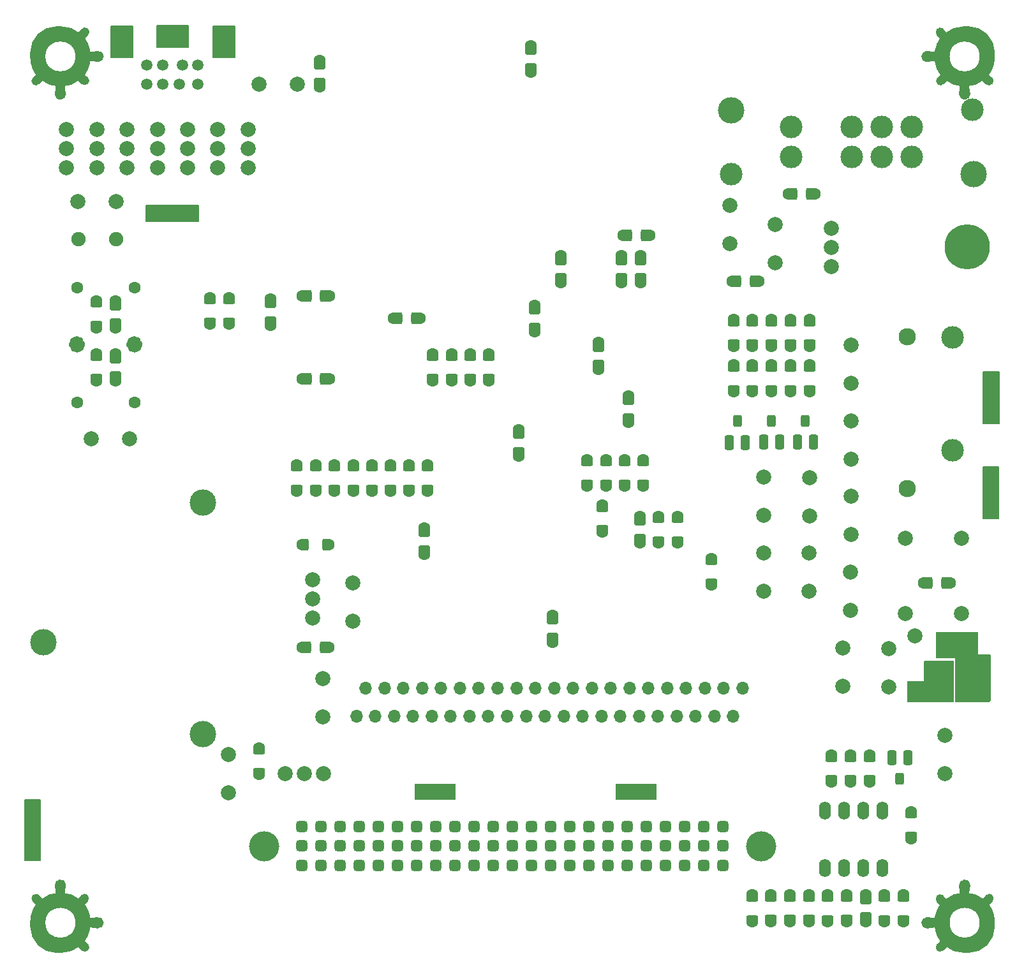
<source format=gbs>
G04 #@! TF.GenerationSoftware,KiCad,Pcbnew,7.0.7*
G04 #@! TF.CreationDate,2023-09-20T17:36:28+02:00*
G04 #@! TF.ProjectId,PCE,5043452e-6b69-4636-9164-5f7063625858,rev?*
G04 #@! TF.SameCoordinates,Original*
G04 #@! TF.FileFunction,Soldermask,Bot*
G04 #@! TF.FilePolarity,Negative*
%FSLAX46Y46*%
G04 Gerber Fmt 4.6, Leading zero omitted, Abs format (unit mm)*
G04 Created by KiCad (PCBNEW 7.0.7) date 2023-09-20 17:36:28*
%MOMM*%
%LPD*%
G01*
G04 APERTURE LIST*
G04 Aperture macros list*
%AMRoundRect*
0 Rectangle with rounded corners*
0 $1 Rounding radius*
0 $2 $3 $4 $5 $6 $7 $8 $9 X,Y pos of 4 corners*
0 Add a 4 corners polygon primitive as box body*
4,1,4,$2,$3,$4,$5,$6,$7,$8,$9,$2,$3,0*
0 Add four circle primitives for the rounded corners*
1,1,$1+$1,$2,$3*
1,1,$1+$1,$4,$5*
1,1,$1+$1,$6,$7*
1,1,$1+$1,$8,$9*
0 Add four rect primitives between the rounded corners*
20,1,$1+$1,$2,$3,$4,$5,0*
20,1,$1+$1,$4,$5,$6,$7,0*
20,1,$1+$1,$6,$7,$8,$9,0*
20,1,$1+$1,$8,$9,$2,$3,0*%
G04 Aperture macros list end*
%ADD10C,0.150000*%
%ADD11C,0.000000*%
%ADD12C,1.075000*%
%ADD13C,2.000000*%
%ADD14C,0.600000*%
%ADD15C,0.750000*%
%ADD16C,2.000000*%
%ADD17C,3.500000*%
%ADD18C,3.000000*%
%ADD19O,1.700000X1.700000*%
%ADD20C,6.000000*%
%ADD21C,1.900000*%
%ADD22C,2.300000*%
%ADD23C,1.600000*%
%ADD24C,1.500000*%
%ADD25C,4.000000*%
%ADD26RoundRect,0.375000X-0.375000X-0.375000X0.375000X-0.375000X0.375000X0.375000X-0.375000X0.375000X0*%
%ADD27R,2.500000X5.000000*%
%ADD28R,4.400000X3.000000*%
%ADD29R,3.000000X5.000000*%
%ADD30O,1.600000X2.400000*%
%ADD31RoundRect,0.250000X0.550000X-0.325000X0.550000X0.325000X-0.550000X0.325000X-0.550000X-0.325000X0*%
%ADD32RoundRect,0.326087X0.473913X-0.423913X0.473913X0.423913X-0.473913X0.423913X-0.473913X-0.423913X0*%
%ADD33RoundRect,0.326087X-0.473913X0.423913X-0.473913X-0.423913X0.473913X-0.423913X0.473913X0.423913X0*%
%ADD34RoundRect,0.326087X0.423913X0.473913X-0.423913X0.473913X-0.423913X-0.473913X0.423913X-0.473913X0*%
%ADD35RoundRect,0.250000X-0.550000X0.325000X-0.550000X-0.325000X0.550000X-0.325000X0.550000X0.325000X0*%
%ADD36RoundRect,0.300000X0.300000X-0.500000X0.300000X0.500000X-0.300000X0.500000X-0.300000X-0.500000X0*%
%ADD37RoundRect,0.300000X0.300000X-0.700000X0.300000X0.700000X-0.300000X0.700000X-0.300000X-0.700000X0*%
%ADD38RoundRect,0.326087X-0.423913X-0.473913X0.423913X-0.473913X0.423913X0.473913X-0.423913X0.473913X0*%
%ADD39RoundRect,0.250000X0.325000X0.550000X-0.325000X0.550000X-0.325000X-0.550000X0.325000X-0.550000X0*%
%ADD40RoundRect,0.300000X-0.300000X0.700000X-0.300000X-0.700000X0.300000X-0.700000X0.300000X0.700000X0*%
%ADD41RoundRect,0.300000X-0.300000X0.500000X-0.300000X-0.500000X0.300000X-0.500000X0.300000X0.500000X0*%
G04 APERTURE END LIST*
D10*
X103500000Y-56050000D02*
X110450000Y-56050000D01*
X110450000Y-58150000D01*
X103500000Y-58150000D01*
X103500000Y-56050000D01*
G36*
X103500000Y-56050000D02*
G01*
X110450000Y-56050000D01*
X110450000Y-58150000D01*
X103500000Y-58150000D01*
X103500000Y-56050000D01*
G37*
X98800000Y-32300000D02*
X101675000Y-32300000D01*
X101675000Y-36450000D01*
X98800000Y-36450000D01*
X98800000Y-32300000D01*
G36*
X98800000Y-32300000D02*
G01*
X101675000Y-32300000D01*
X101675000Y-36450000D01*
X98800000Y-36450000D01*
X98800000Y-32300000D01*
G37*
X104900000Y-32225000D02*
X109050000Y-32225000D01*
X109050000Y-35100000D01*
X104900000Y-35100000D01*
X104900000Y-32225000D01*
G36*
X104900000Y-32225000D02*
G01*
X109050000Y-32225000D01*
X109050000Y-35100000D01*
X104900000Y-35100000D01*
X104900000Y-32225000D01*
G37*
X112350000Y-32300000D02*
X115225000Y-32300000D01*
X115225000Y-36450000D01*
X112350000Y-36450000D01*
X112350000Y-32300000D01*
G36*
X112350000Y-32300000D02*
G01*
X115225000Y-32300000D01*
X115225000Y-36450000D01*
X112350000Y-36450000D01*
X112350000Y-32300000D01*
G37*
G36*
X165775000Y-132900000D02*
G01*
X171225000Y-132900000D01*
X171225000Y-134950000D01*
X165775000Y-134950000D01*
X165775000Y-132900000D01*
G37*
D11*
G36*
X210675000Y-122000000D02*
G01*
X204500000Y-122000000D01*
X204500000Y-119250000D01*
X206750000Y-119250000D01*
X206750000Y-116550000D01*
X208300000Y-116550000D01*
X210675000Y-116550000D01*
X210675000Y-122000000D01*
G37*
D12*
X102462500Y-74525000D02*
G75*
G03*
X102462500Y-74525000I-537500J0D01*
G01*
G36*
X139100000Y-132900000D02*
G01*
X144550000Y-132900000D01*
X144550000Y-134950000D01*
X139100000Y-134950000D01*
X139100000Y-132900000D01*
G37*
D10*
X214600000Y-78150000D02*
X216650000Y-78150000D01*
X216650000Y-85000000D01*
X214600000Y-85000000D01*
X214600000Y-78150000D01*
G36*
X214600000Y-78150000D02*
G01*
X216650000Y-78150000D01*
X216650000Y-85000000D01*
X214600000Y-85000000D01*
X214600000Y-78150000D01*
G37*
X87400000Y-134950000D02*
X89450000Y-134950000D01*
X89450000Y-143000000D01*
X87400000Y-143000000D01*
X87400000Y-134950000D01*
G36*
X87400000Y-134950000D02*
G01*
X89450000Y-134950000D01*
X89450000Y-143000000D01*
X87400000Y-143000000D01*
X87400000Y-134950000D01*
G37*
D12*
X94837500Y-74525000D02*
G75*
G03*
X94837500Y-74525000I-537500J0D01*
G01*
D10*
X214550000Y-90750000D02*
X216600000Y-90750000D01*
X216600000Y-97650000D01*
X214550000Y-97650000D01*
X214550000Y-90750000D01*
G36*
X214550000Y-90750000D02*
G01*
X216600000Y-90750000D01*
X216600000Y-97650000D01*
X214550000Y-97650000D01*
X214550000Y-90750000D01*
G37*
D11*
G36*
X213900000Y-115650000D02*
G01*
X215500000Y-115650000D01*
X215600000Y-115750000D01*
X215600000Y-121800000D01*
X215400000Y-122000000D01*
X210825000Y-122000000D01*
X210825000Y-116175000D01*
X208300000Y-116175000D01*
X208300000Y-112700000D01*
X213900000Y-112700000D01*
X213900000Y-115650000D01*
G37*
G36*
X216100000Y-151300000D02*
G01*
X215850000Y-151300000D01*
X215850000Y-151800000D01*
X216100000Y-151800000D01*
X216100000Y-151300000D01*
G37*
G36*
X212600000Y-155300000D02*
G01*
X212100000Y-155300000D01*
X212100000Y-155050000D01*
X212600000Y-155050000D01*
X212600000Y-155300000D01*
G37*
D13*
X212600000Y-154300000D02*
G75*
G03*
X215100000Y-151800000I-3J2500003D01*
G01*
D14*
X215650000Y-148050000D02*
G75*
G03*
X215650000Y-148050000I-300000J0D01*
G01*
D13*
X215100000Y-151300000D02*
G75*
G03*
X215100000Y-151300000I-3000000J0D01*
G01*
D15*
X212475000Y-146300000D02*
G75*
G03*
X212475000Y-146300000I-375000J0D01*
G01*
D14*
X209150000Y-154550000D02*
G75*
G03*
X209150000Y-154550000I-300000J0D01*
G01*
X209150000Y-148100000D02*
G75*
G03*
X209150000Y-148100000I-300000J0D01*
G01*
D15*
X207475000Y-151300000D02*
G75*
G03*
X207475000Y-151300000I-375000J0D01*
G01*
G36*
X215800000Y-148450000D02*
G01*
X215300000Y-148950000D01*
X214450000Y-148100000D01*
X214950000Y-147600000D01*
X215800000Y-148450000D01*
G37*
G36*
X212650000Y-147900000D02*
G01*
X211550000Y-147900000D01*
X211350000Y-146300000D01*
X212850000Y-146300000D01*
X212650000Y-147900000D01*
G37*
G36*
X209750000Y-148150000D02*
G01*
X208900000Y-149000000D01*
X208400000Y-148500000D01*
X209250000Y-147650000D01*
X209750000Y-148150000D01*
G37*
G36*
X209800000Y-154450000D02*
G01*
X209300000Y-154950000D01*
X208450000Y-154100000D01*
X208950000Y-153600000D01*
X209800000Y-154450000D01*
G37*
G36*
X208690000Y-150749924D02*
G01*
X208690000Y-151849924D01*
X207090000Y-152049924D01*
X207090000Y-150549924D01*
X208690000Y-150749924D01*
G37*
G36*
X212100000Y-32300000D02*
G01*
X212600000Y-32300000D01*
X212600000Y-32550000D01*
X212100000Y-32550000D01*
X212100000Y-32300000D01*
G37*
G36*
X216100000Y-35800000D02*
G01*
X215850000Y-35800000D01*
X215850000Y-36300000D01*
X216100000Y-36300000D01*
X216100000Y-35800000D01*
G37*
D13*
X215100000Y-35800000D02*
G75*
G03*
X212600000Y-33300000I-2500003J-3D01*
G01*
D14*
X209150000Y-33050000D02*
G75*
G03*
X209150000Y-33050000I-300000J0D01*
G01*
D13*
X215100000Y-36300000D02*
G75*
G03*
X215100000Y-36300000I-3000000J0D01*
G01*
D15*
X207475000Y-36300000D02*
G75*
G03*
X207475000Y-36300000I-375000J0D01*
G01*
D14*
X215650000Y-39550000D02*
G75*
G03*
X215650000Y-39550000I-300000J0D01*
G01*
X209200000Y-39550000D02*
G75*
G03*
X209200000Y-39550000I-300000J0D01*
G01*
D15*
X212475000Y-41300000D02*
G75*
G03*
X212475000Y-41300000I-375000J0D01*
G01*
G36*
X209750000Y-33100000D02*
G01*
X208900000Y-33950000D01*
X208400000Y-33450000D01*
X209250000Y-32600000D01*
X209750000Y-33100000D01*
G37*
G36*
X208700000Y-35750000D02*
G01*
X208700000Y-36850000D01*
X207100000Y-37050000D01*
X207100000Y-35550000D01*
X208700000Y-35750000D01*
G37*
G36*
X209800000Y-39500000D02*
G01*
X209300000Y-40000000D01*
X208450000Y-39150000D01*
X208950000Y-38650000D01*
X209800000Y-39500000D01*
G37*
G36*
X215750000Y-39100000D02*
G01*
X214900000Y-39950000D01*
X214400000Y-39450000D01*
X215250000Y-38600000D01*
X215750000Y-39100000D01*
G37*
G36*
X212849924Y-41310000D02*
G01*
X211349924Y-41310000D01*
X211549924Y-39710000D01*
X212649924Y-39710000D01*
X212849924Y-41310000D01*
G37*
G36*
X92100000Y-155300000D02*
G01*
X91600000Y-155300000D01*
X91600000Y-155050000D01*
X92100000Y-155050000D01*
X92100000Y-155300000D01*
G37*
G36*
X88100000Y-151800000D02*
G01*
X88350000Y-151800000D01*
X88350000Y-151300000D01*
X88100000Y-151300000D01*
X88100000Y-151800000D01*
G37*
D13*
X89100000Y-151800000D02*
G75*
G03*
X91600000Y-154300000I2500003J3D01*
G01*
D14*
X95650000Y-154550000D02*
G75*
G03*
X95650000Y-154550000I-300000J0D01*
G01*
D13*
X95100000Y-151300000D02*
G75*
G03*
X95100000Y-151300000I-3000000J0D01*
G01*
D15*
X97475000Y-151300000D02*
G75*
G03*
X97475000Y-151300000I-375000J0D01*
G01*
D14*
X89150000Y-148050000D02*
G75*
G03*
X89150000Y-148050000I-300000J0D01*
G01*
X95600000Y-148050000D02*
G75*
G03*
X95600000Y-148050000I-300000J0D01*
G01*
D15*
X92475000Y-146300000D02*
G75*
G03*
X92475000Y-146300000I-375000J0D01*
G01*
G36*
X95800000Y-154150000D02*
G01*
X94950000Y-155000000D01*
X94450000Y-154500000D01*
X95300000Y-153650000D01*
X95800000Y-154150000D01*
G37*
G36*
X97100000Y-152050000D02*
G01*
X95500000Y-151850000D01*
X95500000Y-150750000D01*
X97100000Y-150550000D01*
X97100000Y-152050000D01*
G37*
G36*
X95750000Y-148450000D02*
G01*
X95250000Y-148950000D01*
X94400000Y-148100000D01*
X94900000Y-147600000D01*
X95750000Y-148450000D01*
G37*
G36*
X89800000Y-148150000D02*
G01*
X88950000Y-149000000D01*
X88450000Y-148500000D01*
X89300000Y-147650000D01*
X89800000Y-148150000D01*
G37*
G36*
X92650076Y-147890000D02*
G01*
X91550076Y-147890000D01*
X91350076Y-146290000D01*
X92850076Y-146290000D01*
X92650076Y-147890000D01*
G37*
G36*
X88100000Y-36300000D02*
G01*
X88350000Y-36300000D01*
X88350000Y-35800000D01*
X88100000Y-35800000D01*
X88100000Y-36300000D01*
G37*
G36*
X91600000Y-32300000D02*
G01*
X92100000Y-32300000D01*
X92100000Y-32550000D01*
X91600000Y-32550000D01*
X91600000Y-32300000D01*
G37*
D13*
X91600000Y-33300000D02*
G75*
G03*
X89100000Y-35800000I3J-2500003D01*
G01*
D14*
X89150000Y-39550000D02*
G75*
G03*
X89150000Y-39550000I-300000J0D01*
G01*
D13*
X95100000Y-36300000D02*
G75*
G03*
X95100000Y-36300000I-3000000J0D01*
G01*
D15*
X92475000Y-41300000D02*
G75*
G03*
X92475000Y-41300000I-375000J0D01*
G01*
D14*
X95650000Y-33050000D02*
G75*
G03*
X95650000Y-33050000I-300000J0D01*
G01*
X95650000Y-39500000D02*
G75*
G03*
X95650000Y-39500000I-300000J0D01*
G01*
D15*
X97475000Y-36300000D02*
G75*
G03*
X97475000Y-36300000I-375000J0D01*
G01*
G36*
X89750000Y-39500000D02*
G01*
X89250000Y-40000000D01*
X88400000Y-39150000D01*
X88900000Y-38650000D01*
X89750000Y-39500000D01*
G37*
G36*
X92850000Y-41300000D02*
G01*
X91350000Y-41300000D01*
X91550000Y-39700000D01*
X92650000Y-39700000D01*
X92850000Y-41300000D01*
G37*
G36*
X95800000Y-39100000D02*
G01*
X94950000Y-39950000D01*
X94450000Y-39450000D01*
X95300000Y-38600000D01*
X95800000Y-39100000D01*
G37*
G36*
X95750000Y-33500000D02*
G01*
X95250000Y-34000000D01*
X94400000Y-33150000D01*
X94900000Y-32650000D01*
X95750000Y-33500000D01*
G37*
G36*
X97110000Y-37050076D02*
G01*
X95510000Y-36850076D01*
X95510000Y-35750076D01*
X97110000Y-35550076D01*
X97110000Y-37050076D01*
G37*
D16*
X197027800Y-94681400D03*
X197027800Y-99761400D03*
X100962400Y-45960800D03*
X100962400Y-48500800D03*
X100962400Y-51040800D03*
X191465200Y-102225200D03*
X191465200Y-107305200D03*
X108988800Y-45960800D03*
X108988800Y-48500800D03*
X108988800Y-51040800D03*
X211658200Y-100261400D03*
X211658200Y-110261400D03*
X204258200Y-100261400D03*
X204258200Y-110261400D03*
D17*
X181120000Y-43485000D03*
D18*
X181120000Y-51955000D03*
X213140000Y-43355000D03*
D17*
X213260000Y-51955000D03*
D18*
X189040000Y-45665000D03*
X189040000Y-49665000D03*
X197090000Y-45665000D03*
X197090000Y-49665000D03*
X201090000Y-45665000D03*
X201090000Y-49665000D03*
X205090000Y-45665000D03*
X205090000Y-49665000D03*
X210515200Y-73576800D03*
X210515200Y-88576800D03*
D19*
X182628600Y-120167400D03*
X180128600Y-120167400D03*
X177628600Y-120167400D03*
X175128600Y-120167400D03*
X172628600Y-120167400D03*
X170128600Y-120167400D03*
X167628600Y-120167400D03*
X165128600Y-120167400D03*
X162628600Y-120167400D03*
X160128600Y-120167400D03*
X157628600Y-120167400D03*
X155128600Y-120167400D03*
X152628600Y-120167400D03*
X150128600Y-120167400D03*
X147628600Y-120167400D03*
X145128600Y-120167400D03*
X142628600Y-120167400D03*
X140128600Y-120167400D03*
X137628600Y-120167400D03*
X135128600Y-120167400D03*
X132628600Y-120167400D03*
D16*
X117015200Y-45960800D03*
X117015200Y-48500800D03*
X117015200Y-51040800D03*
X194421000Y-59095000D03*
X194421000Y-61635000D03*
D20*
X212471000Y-61595000D03*
D16*
X194421000Y-64175000D03*
D21*
X94466400Y-60553600D03*
X99466400Y-60553600D03*
D16*
X126963482Y-118897400D03*
X126963482Y-123977400D03*
X196977000Y-104765200D03*
X196977000Y-109845200D03*
D19*
X181398600Y-123926600D03*
X178898600Y-123926600D03*
X176398600Y-123926600D03*
X173898600Y-123926600D03*
X171398600Y-123926600D03*
X168898600Y-123926600D03*
X166398600Y-123926600D03*
X163898600Y-123926600D03*
X161398600Y-123926600D03*
X158898600Y-123926600D03*
X156398600Y-123926600D03*
X153898600Y-123926600D03*
X151398600Y-123926600D03*
X148898600Y-123926600D03*
X146398600Y-123926600D03*
X143898600Y-123926600D03*
X141398600Y-123926600D03*
X138898600Y-123926600D03*
X136398600Y-123926600D03*
X133898600Y-123926600D03*
X131398600Y-123926600D03*
D16*
X125552200Y-105791000D03*
X125552200Y-108331000D03*
X125552200Y-110871000D03*
D17*
X89852200Y-114031000D03*
X110992200Y-95521000D03*
X110992200Y-126231000D03*
D16*
X114438118Y-129006600D03*
X114438118Y-134086600D03*
X130886200Y-111302800D03*
X130886200Y-106222800D03*
X197016682Y-84683600D03*
X197016682Y-89763600D03*
D22*
X204495400Y-93699000D03*
X204495400Y-73499000D03*
D23*
X101950000Y-82240000D03*
X101950000Y-67000000D03*
X94330000Y-67000000D03*
X94330000Y-82240000D03*
D16*
X209499200Y-126456800D03*
X209499200Y-131536800D03*
D24*
X105638600Y-37479600D03*
X108288600Y-37479600D03*
X103538600Y-37479600D03*
X105638600Y-39979600D03*
X110338600Y-37479600D03*
X103538600Y-39979600D03*
X107838600Y-39979600D03*
X110338600Y-39979600D03*
D16*
X104975600Y-45960800D03*
X104975600Y-48500800D03*
X104975600Y-51040800D03*
X202031600Y-114874400D03*
X202031600Y-119954400D03*
X197027800Y-74615400D03*
X197027800Y-79695400D03*
X113002000Y-45960800D03*
X113002000Y-48500800D03*
X113002000Y-51040800D03*
X101244400Y-87071200D03*
X96164400Y-87071200D03*
X92936000Y-45960800D03*
X92936000Y-48500800D03*
X92936000Y-51040800D03*
X205511400Y-120707800D03*
X205511400Y-113207800D03*
X185420000Y-102199800D03*
X185420000Y-107279800D03*
X186983682Y-58623200D03*
X186983682Y-63703200D03*
X185420000Y-92141400D03*
X185420000Y-97221400D03*
D25*
X119150000Y-141132400D03*
X185110000Y-141132400D03*
D26*
X124160000Y-143722400D03*
X126700000Y-143722400D03*
X129240000Y-143722400D03*
X131780000Y-143722400D03*
X134320000Y-143722400D03*
X136860000Y-143722400D03*
X139400000Y-143722400D03*
X141940000Y-143722400D03*
X144480000Y-143722400D03*
X147020000Y-143722400D03*
X149560000Y-143722400D03*
X152100000Y-143722400D03*
X154640000Y-143722400D03*
X157180000Y-143722400D03*
X159720000Y-143722400D03*
X162260000Y-143722400D03*
X164800000Y-143722400D03*
X167340000Y-143722400D03*
X169880000Y-143722400D03*
X172420000Y-143722400D03*
X174960000Y-143722400D03*
X177500000Y-143722400D03*
X180040000Y-143722400D03*
X124160000Y-141112400D03*
X126700000Y-141112400D03*
X129240000Y-141112400D03*
X131780000Y-141112400D03*
X134320000Y-141112400D03*
X136860000Y-141112400D03*
X139400000Y-141112400D03*
X141940000Y-141112400D03*
X144480000Y-141112400D03*
X147020000Y-141112400D03*
X149560000Y-141112400D03*
X152100000Y-141112400D03*
X154640000Y-141112400D03*
X157180000Y-141112400D03*
X159720000Y-141112400D03*
X162260000Y-141112400D03*
X164800000Y-141112400D03*
X167340000Y-141112400D03*
X169880000Y-141112400D03*
X172420000Y-141112400D03*
X174960000Y-141112400D03*
X177500000Y-141112400D03*
X180040000Y-141112400D03*
X124160000Y-138532400D03*
X126700000Y-138532400D03*
X129240000Y-138532400D03*
X131780000Y-138532400D03*
X134320000Y-138532400D03*
X136860000Y-138532400D03*
X139400000Y-138532400D03*
X141940000Y-138532400D03*
X144480000Y-138532400D03*
X147020000Y-138532400D03*
X149560000Y-138532400D03*
X152100000Y-138532400D03*
X154640000Y-138532400D03*
X157180000Y-138532400D03*
X159720000Y-138532400D03*
X162260000Y-138532400D03*
X164800000Y-138532400D03*
X167340000Y-138532400D03*
X169880000Y-138532400D03*
X172420000Y-138532400D03*
X174960000Y-138532400D03*
X177500000Y-138532400D03*
X180040000Y-138532400D03*
D16*
X94386400Y-55549800D03*
X99466400Y-55549800D03*
X180989282Y-56083200D03*
X180989282Y-61163200D03*
X121945000Y-131500000D03*
X124485000Y-131500000D03*
X127025000Y-131500000D03*
X195949882Y-114858800D03*
X195949882Y-119938800D03*
X96949200Y-45960800D03*
X96949200Y-48500800D03*
X96949200Y-51040800D03*
D27*
X207987200Y-119050600D03*
D28*
X210987200Y-114200600D03*
D29*
X213987200Y-119100600D03*
D30*
X193522600Y-144043400D03*
X196062600Y-144043400D03*
X198602600Y-144043400D03*
X201142600Y-144043400D03*
X201142600Y-136423400D03*
X198602600Y-136423400D03*
X196062600Y-136423400D03*
X193522600Y-136423400D03*
D16*
X191490600Y-92192200D03*
X191490600Y-97272200D03*
D23*
X141503400Y-79321600D03*
D31*
X141503400Y-79046600D03*
X141503400Y-76096600D03*
D23*
X141503400Y-75821600D03*
X118465600Y-131620200D03*
D31*
X118465600Y-131345200D03*
X118465600Y-128395200D03*
D23*
X118465600Y-128120200D03*
X158546800Y-66291400D03*
D32*
X158546800Y-65841400D03*
X158546800Y-63241400D03*
D23*
X158546800Y-62791400D03*
X186475000Y-74750000D03*
D31*
X186475000Y-74475000D03*
X186475000Y-71525000D03*
D23*
X186475000Y-71250000D03*
X198960000Y-151130000D03*
D32*
X198960000Y-150680000D03*
X198960000Y-148080000D03*
D23*
X198960000Y-147630000D03*
X163525200Y-74300200D03*
D33*
X163525200Y-74750200D03*
X163525200Y-77350200D03*
D23*
X163525200Y-77800200D03*
X191525000Y-74750000D03*
D31*
X191525000Y-74475000D03*
X191525000Y-71525000D03*
D23*
X191525000Y-71250000D03*
X201470000Y-151130000D03*
D31*
X201470000Y-150855000D03*
X201470000Y-147905000D03*
D23*
X201470000Y-147630000D03*
X99390200Y-68785800D03*
D33*
X99390200Y-69235800D03*
X99390200Y-71835800D03*
D23*
X99390200Y-72285800D03*
X99390200Y-79321600D03*
D32*
X99390200Y-78871600D03*
X99390200Y-76271600D03*
D23*
X99390200Y-75821600D03*
X127759400Y-79070200D03*
D34*
X127309400Y-79070200D03*
X124709400Y-79070200D03*
D23*
X124259400Y-79070200D03*
X196443600Y-151127400D03*
D31*
X196443600Y-150852400D03*
X196443600Y-147902400D03*
D23*
X196443600Y-147627400D03*
X148945600Y-79321600D03*
D31*
X148945600Y-79046600D03*
X148945600Y-76096600D03*
D23*
X148945600Y-75821600D03*
X169062400Y-66291400D03*
D32*
X169062400Y-65841400D03*
X169062400Y-63241400D03*
D23*
X169062400Y-62791400D03*
X183896000Y-147630000D03*
D35*
X183896000Y-147905000D03*
X183896000Y-150855000D03*
D23*
X183896000Y-151130000D03*
X194411600Y-129085400D03*
D35*
X194411600Y-129360400D03*
X194411600Y-132310400D03*
D23*
X194411600Y-132585400D03*
X166979600Y-89814400D03*
D35*
X166979600Y-90089400D03*
X166979600Y-93039400D03*
D23*
X166979600Y-93314400D03*
X120015000Y-71981000D03*
D32*
X120015000Y-71531000D03*
X120015000Y-68931000D03*
D23*
X120015000Y-68481000D03*
X191525000Y-80775000D03*
D31*
X191525000Y-80500000D03*
X191525000Y-77550000D03*
D23*
X191525000Y-77275000D03*
X186475000Y-80775000D03*
D31*
X186475000Y-80500000D03*
X186475000Y-77550000D03*
D23*
X186475000Y-77275000D03*
X199466200Y-129085400D03*
D35*
X199466200Y-129360400D03*
X199466200Y-132310400D03*
D23*
X199466200Y-132585400D03*
X183950000Y-71250000D03*
D35*
X183950000Y-71525000D03*
X183950000Y-74475000D03*
D23*
X183950000Y-74750000D03*
X203980000Y-147630000D03*
D35*
X203980000Y-147905000D03*
X203980000Y-150855000D03*
D23*
X203980000Y-151130000D03*
X186385200Y-147627400D03*
D35*
X186385200Y-147902400D03*
X186385200Y-150852400D03*
D23*
X186385200Y-151127400D03*
D36*
X186475000Y-84675000D03*
D37*
X187525000Y-87475000D03*
X185425000Y-87475000D03*
D23*
X126542800Y-36858000D03*
D33*
X126542800Y-37308000D03*
X126542800Y-39908000D03*
D23*
X126542800Y-40358000D03*
X166779000Y-60045600D03*
D38*
X167229000Y-60045600D03*
X169829000Y-60045600D03*
D23*
X170279000Y-60045600D03*
X189000000Y-74750000D03*
D31*
X189000000Y-74475000D03*
X189000000Y-71525000D03*
D23*
X189000000Y-71250000D03*
X157450000Y-110525000D03*
D33*
X157450000Y-110975000D03*
X157450000Y-113575000D03*
D23*
X157450000Y-114025000D03*
X210175000Y-106175000D03*
D34*
X209725000Y-106175000D03*
X207125000Y-106175000D03*
D23*
X206675000Y-106175000D03*
X127708600Y-101142800D03*
D39*
X127433600Y-101142800D03*
X124483600Y-101142800D03*
D23*
X124208600Y-101142800D03*
X178460400Y-106471600D03*
D31*
X178460400Y-106196600D03*
X178460400Y-103246600D03*
D23*
X178460400Y-102971600D03*
X140843000Y-94025600D03*
D31*
X140843000Y-93750600D03*
X140843000Y-90800600D03*
D23*
X140843000Y-90525600D03*
X96901000Y-75826200D03*
D35*
X96901000Y-76101200D03*
X96901000Y-79051200D03*
D23*
X96901000Y-79326200D03*
X124183200Y-114757200D03*
D38*
X124633200Y-114757200D03*
X127233200Y-114757200D03*
D23*
X127683200Y-114757200D03*
X167513000Y-81384200D03*
D33*
X167513000Y-81834200D03*
X167513000Y-84434200D03*
D23*
X167513000Y-84884200D03*
X181425000Y-74750000D03*
D31*
X181425000Y-74475000D03*
X181425000Y-71525000D03*
D23*
X181425000Y-71250000D03*
X188899800Y-151127400D03*
D31*
X188899800Y-150852400D03*
X188899800Y-147902400D03*
D23*
X188899800Y-147627400D03*
X183950000Y-77275000D03*
D35*
X183950000Y-77550000D03*
X183950000Y-80500000D03*
D23*
X183950000Y-80775000D03*
X138379200Y-94033700D03*
D31*
X138379200Y-93758700D03*
X138379200Y-90808700D03*
D23*
X138379200Y-90533700D03*
X189000000Y-77275000D03*
D35*
X189000000Y-77550000D03*
X189000000Y-80500000D03*
D23*
X189000000Y-80775000D03*
X171500800Y-100860800D03*
D31*
X171500800Y-100585800D03*
X171500800Y-97635800D03*
D23*
X171500800Y-97360800D03*
X184782400Y-66167000D03*
D34*
X184332400Y-66167000D03*
X181732400Y-66167000D03*
D23*
X181282400Y-66167000D03*
X188750000Y-54584600D03*
D38*
X189200000Y-54584600D03*
X191800000Y-54584600D03*
D23*
X192250000Y-54584600D03*
X130962400Y-94036300D03*
D31*
X130962400Y-93761300D03*
X130962400Y-90811300D03*
D23*
X130962400Y-90536300D03*
X204978000Y-136603800D03*
D35*
X204978000Y-136878800D03*
X204978000Y-139828800D03*
D23*
X204978000Y-140103800D03*
X135915400Y-94036300D03*
D31*
X135915400Y-93761300D03*
X135915400Y-90811300D03*
D23*
X135915400Y-90536300D03*
X139796400Y-71069200D03*
D34*
X139346400Y-71069200D03*
X136746400Y-71069200D03*
D23*
X136296400Y-71069200D03*
X128473200Y-94036300D03*
D31*
X128473200Y-93761300D03*
X128473200Y-90811300D03*
D23*
X128473200Y-90536300D03*
X140425000Y-102400000D03*
D32*
X140425000Y-101950000D03*
X140425000Y-99350000D03*
D23*
X140425000Y-98900000D03*
X123494800Y-94036300D03*
D31*
X123494800Y-93761300D03*
X123494800Y-90811300D03*
D23*
X123494800Y-90536300D03*
D40*
X204541400Y-129367000D03*
X202441400Y-129367000D03*
D41*
X203491400Y-132167000D03*
D36*
X181925000Y-84725000D03*
D37*
X182975000Y-87525000D03*
X180875000Y-87525000D03*
D23*
X111963200Y-68303200D03*
D35*
X111963200Y-68578200D03*
X111963200Y-71528200D03*
D23*
X111963200Y-71803200D03*
X114503200Y-71803200D03*
D31*
X114503200Y-71528200D03*
X114503200Y-68578200D03*
D23*
X114503200Y-68303200D03*
X173990000Y-100860800D03*
D31*
X173990000Y-100585800D03*
X173990000Y-97635800D03*
D23*
X173990000Y-97360800D03*
X133451600Y-94036300D03*
D31*
X133451600Y-93761300D03*
X133451600Y-90811300D03*
D23*
X133451600Y-90536300D03*
X162001200Y-93317000D03*
D31*
X162001200Y-93042000D03*
X162001200Y-90092000D03*
D23*
X162001200Y-89817000D03*
X155016200Y-72819200D03*
D32*
X155016200Y-72369200D03*
X155016200Y-69769200D03*
D23*
X155016200Y-69319200D03*
X164490400Y-93317000D03*
D31*
X164490400Y-93042000D03*
X164490400Y-90092000D03*
D23*
X164490400Y-89817000D03*
D36*
X190975000Y-84675000D03*
D37*
X192025000Y-87475000D03*
X189925000Y-87475000D03*
D23*
X127759400Y-68097400D03*
D34*
X127309400Y-68097400D03*
X124709400Y-68097400D03*
D23*
X124259400Y-68097400D03*
X169011600Y-100860800D03*
D32*
X169011600Y-100410800D03*
X169011600Y-97810800D03*
D23*
X169011600Y-97360800D03*
X96901000Y-72283200D03*
D31*
X96901000Y-72008200D03*
X96901000Y-69058200D03*
D23*
X96901000Y-68783200D03*
X193929000Y-147630000D03*
D35*
X193929000Y-147905000D03*
X193929000Y-150855000D03*
D23*
X193929000Y-151130000D03*
X154508200Y-34876800D03*
D33*
X154508200Y-35326800D03*
X154508200Y-37926800D03*
D23*
X154508200Y-38376800D03*
X164033200Y-99387600D03*
D31*
X164033200Y-99112600D03*
X164033200Y-96162600D03*
D23*
X164033200Y-95887600D03*
X169468800Y-89814400D03*
D35*
X169468800Y-90089400D03*
X169468800Y-93039400D03*
D23*
X169468800Y-93314400D03*
X191414400Y-151127400D03*
D31*
X191414400Y-150852400D03*
X191414400Y-147902400D03*
D23*
X191414400Y-147627400D03*
X196926200Y-132585400D03*
D31*
X196926200Y-132310400D03*
X196926200Y-129360400D03*
D23*
X196926200Y-129085400D03*
X143992600Y-79321600D03*
D31*
X143992600Y-79046600D03*
X143992600Y-76096600D03*
D23*
X143992600Y-75821600D03*
D16*
X118450000Y-39980000D03*
X123530000Y-39980000D03*
D23*
X146456400Y-75821600D03*
D35*
X146456400Y-76096600D03*
X146456400Y-79046600D03*
D23*
X146456400Y-79321600D03*
X181425000Y-80775000D03*
D31*
X181425000Y-80500000D03*
X181425000Y-77550000D03*
D23*
X181425000Y-77275000D03*
X166547800Y-62791400D03*
D33*
X166547800Y-63241400D03*
X166547800Y-65841400D03*
D23*
X166547800Y-66291400D03*
X125984000Y-94036300D03*
D31*
X125984000Y-93761300D03*
X125984000Y-90811300D03*
D23*
X125984000Y-90536300D03*
X152958800Y-85880000D03*
D33*
X152958800Y-86330000D03*
X152958800Y-88930000D03*
D23*
X152958800Y-89380000D03*
M02*

</source>
